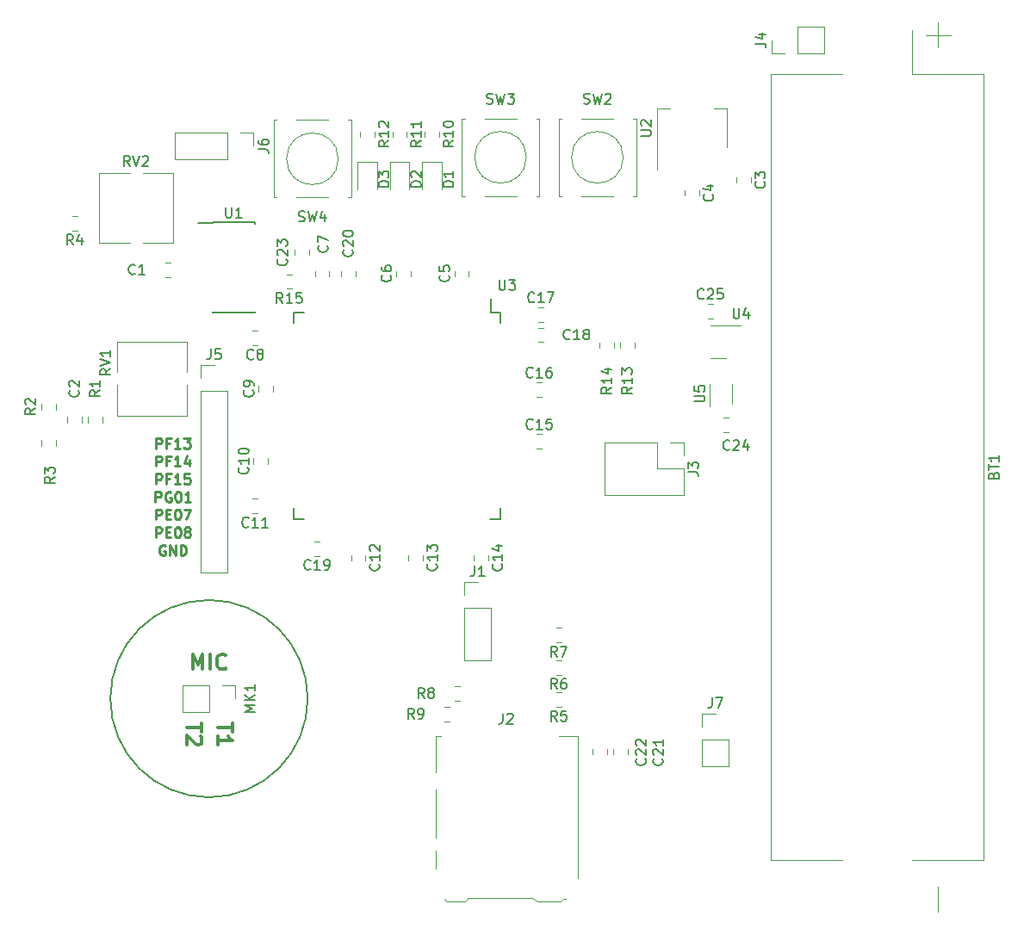
<source format=gbr>
G04 #@! TF.GenerationSoftware,KiCad,Pcbnew,5.1.4-e60b266~84~ubuntu16.04.1*
G04 #@! TF.CreationDate,2019-10-09T19:58:53-07:00*
G04 #@! TF.ProjectId,birdEar,62697264-4561-4722-9e6b-696361645f70,rev?*
G04 #@! TF.SameCoordinates,Original*
G04 #@! TF.FileFunction,Legend,Top*
G04 #@! TF.FilePolarity,Positive*
%FSLAX46Y46*%
G04 Gerber Fmt 4.6, Leading zero omitted, Abs format (unit mm)*
G04 Created by KiCad (PCBNEW 5.1.4-e60b266~84~ubuntu16.04.1) date 2019-10-09 19:58:53*
%MOMM*%
%LPD*%
G04 APERTURE LIST*
%ADD10C,0.250000*%
%ADD11C,0.300000*%
%ADD12C,0.200000*%
%ADD13C,0.150000*%
%ADD14C,0.120000*%
G04 APERTURE END LIST*
D10*
X79637142Y-121186380D02*
X79637142Y-120186380D01*
X80018095Y-120186380D01*
X80113333Y-120234000D01*
X80160952Y-120281619D01*
X80208571Y-120376857D01*
X80208571Y-120519714D01*
X80160952Y-120614952D01*
X80113333Y-120662571D01*
X80018095Y-120710190D01*
X79637142Y-120710190D01*
X80970476Y-120662571D02*
X80637142Y-120662571D01*
X80637142Y-121186380D02*
X80637142Y-120186380D01*
X81113333Y-120186380D01*
X82018095Y-121186380D02*
X81446666Y-121186380D01*
X81732380Y-121186380D02*
X81732380Y-120186380D01*
X81637142Y-120329238D01*
X81541904Y-120424476D01*
X81446666Y-120472095D01*
X82351428Y-120186380D02*
X82970476Y-120186380D01*
X82637142Y-120567333D01*
X82780000Y-120567333D01*
X82875238Y-120614952D01*
X82922857Y-120662571D01*
X82970476Y-120757809D01*
X82970476Y-120995904D01*
X82922857Y-121091142D01*
X82875238Y-121138761D01*
X82780000Y-121186380D01*
X82494285Y-121186380D01*
X82399047Y-121138761D01*
X82351428Y-121091142D01*
X79637142Y-122936380D02*
X79637142Y-121936380D01*
X80018095Y-121936380D01*
X80113333Y-121984000D01*
X80160952Y-122031619D01*
X80208571Y-122126857D01*
X80208571Y-122269714D01*
X80160952Y-122364952D01*
X80113333Y-122412571D01*
X80018095Y-122460190D01*
X79637142Y-122460190D01*
X80970476Y-122412571D02*
X80637142Y-122412571D01*
X80637142Y-122936380D02*
X80637142Y-121936380D01*
X81113333Y-121936380D01*
X82018095Y-122936380D02*
X81446666Y-122936380D01*
X81732380Y-122936380D02*
X81732380Y-121936380D01*
X81637142Y-122079238D01*
X81541904Y-122174476D01*
X81446666Y-122222095D01*
X82875238Y-122269714D02*
X82875238Y-122936380D01*
X82637142Y-121888761D02*
X82399047Y-122603047D01*
X83018095Y-122603047D01*
X79637142Y-124686380D02*
X79637142Y-123686380D01*
X80018095Y-123686380D01*
X80113333Y-123734000D01*
X80160952Y-123781619D01*
X80208571Y-123876857D01*
X80208571Y-124019714D01*
X80160952Y-124114952D01*
X80113333Y-124162571D01*
X80018095Y-124210190D01*
X79637142Y-124210190D01*
X80970476Y-124162571D02*
X80637142Y-124162571D01*
X80637142Y-124686380D02*
X80637142Y-123686380D01*
X81113333Y-123686380D01*
X82018095Y-124686380D02*
X81446666Y-124686380D01*
X81732380Y-124686380D02*
X81732380Y-123686380D01*
X81637142Y-123829238D01*
X81541904Y-123924476D01*
X81446666Y-123972095D01*
X82922857Y-123686380D02*
X82446666Y-123686380D01*
X82399047Y-124162571D01*
X82446666Y-124114952D01*
X82541904Y-124067333D01*
X82780000Y-124067333D01*
X82875238Y-124114952D01*
X82922857Y-124162571D01*
X82970476Y-124257809D01*
X82970476Y-124495904D01*
X82922857Y-124591142D01*
X82875238Y-124638761D01*
X82780000Y-124686380D01*
X82541904Y-124686380D01*
X82446666Y-124638761D01*
X82399047Y-124591142D01*
X79565714Y-126436380D02*
X79565714Y-125436380D01*
X79946666Y-125436380D01*
X80041904Y-125484000D01*
X80089523Y-125531619D01*
X80137142Y-125626857D01*
X80137142Y-125769714D01*
X80089523Y-125864952D01*
X80041904Y-125912571D01*
X79946666Y-125960190D01*
X79565714Y-125960190D01*
X81089523Y-125484000D02*
X80994285Y-125436380D01*
X80851428Y-125436380D01*
X80708571Y-125484000D01*
X80613333Y-125579238D01*
X80565714Y-125674476D01*
X80518095Y-125864952D01*
X80518095Y-126007809D01*
X80565714Y-126198285D01*
X80613333Y-126293523D01*
X80708571Y-126388761D01*
X80851428Y-126436380D01*
X80946666Y-126436380D01*
X81089523Y-126388761D01*
X81137142Y-126341142D01*
X81137142Y-126007809D01*
X80946666Y-126007809D01*
X81756190Y-125436380D02*
X81851428Y-125436380D01*
X81946666Y-125484000D01*
X81994285Y-125531619D01*
X82041904Y-125626857D01*
X82089523Y-125817333D01*
X82089523Y-126055428D01*
X82041904Y-126245904D01*
X81994285Y-126341142D01*
X81946666Y-126388761D01*
X81851428Y-126436380D01*
X81756190Y-126436380D01*
X81660952Y-126388761D01*
X81613333Y-126341142D01*
X81565714Y-126245904D01*
X81518095Y-126055428D01*
X81518095Y-125817333D01*
X81565714Y-125626857D01*
X81613333Y-125531619D01*
X81660952Y-125484000D01*
X81756190Y-125436380D01*
X83041904Y-126436380D02*
X82470476Y-126436380D01*
X82756190Y-126436380D02*
X82756190Y-125436380D01*
X82660952Y-125579238D01*
X82565714Y-125674476D01*
X82470476Y-125722095D01*
X79613333Y-128186380D02*
X79613333Y-127186380D01*
X79994285Y-127186380D01*
X80089523Y-127234000D01*
X80137142Y-127281619D01*
X80184761Y-127376857D01*
X80184761Y-127519714D01*
X80137142Y-127614952D01*
X80089523Y-127662571D01*
X79994285Y-127710190D01*
X79613333Y-127710190D01*
X80613333Y-127662571D02*
X80946666Y-127662571D01*
X81089523Y-128186380D02*
X80613333Y-128186380D01*
X80613333Y-127186380D01*
X81089523Y-127186380D01*
X81708571Y-127186380D02*
X81803809Y-127186380D01*
X81899047Y-127234000D01*
X81946666Y-127281619D01*
X81994285Y-127376857D01*
X82041904Y-127567333D01*
X82041904Y-127805428D01*
X81994285Y-127995904D01*
X81946666Y-128091142D01*
X81899047Y-128138761D01*
X81803809Y-128186380D01*
X81708571Y-128186380D01*
X81613333Y-128138761D01*
X81565714Y-128091142D01*
X81518095Y-127995904D01*
X81470476Y-127805428D01*
X81470476Y-127567333D01*
X81518095Y-127376857D01*
X81565714Y-127281619D01*
X81613333Y-127234000D01*
X81708571Y-127186380D01*
X82375238Y-127186380D02*
X83041904Y-127186380D01*
X82613333Y-128186380D01*
X79613333Y-129936380D02*
X79613333Y-128936380D01*
X79994285Y-128936380D01*
X80089523Y-128984000D01*
X80137142Y-129031619D01*
X80184761Y-129126857D01*
X80184761Y-129269714D01*
X80137142Y-129364952D01*
X80089523Y-129412571D01*
X79994285Y-129460190D01*
X79613333Y-129460190D01*
X80613333Y-129412571D02*
X80946666Y-129412571D01*
X81089523Y-129936380D02*
X80613333Y-129936380D01*
X80613333Y-128936380D01*
X81089523Y-128936380D01*
X81708571Y-128936380D02*
X81803809Y-128936380D01*
X81899047Y-128984000D01*
X81946666Y-129031619D01*
X81994285Y-129126857D01*
X82041904Y-129317333D01*
X82041904Y-129555428D01*
X81994285Y-129745904D01*
X81946666Y-129841142D01*
X81899047Y-129888761D01*
X81803809Y-129936380D01*
X81708571Y-129936380D01*
X81613333Y-129888761D01*
X81565714Y-129841142D01*
X81518095Y-129745904D01*
X81470476Y-129555428D01*
X81470476Y-129317333D01*
X81518095Y-129126857D01*
X81565714Y-129031619D01*
X81613333Y-128984000D01*
X81708571Y-128936380D01*
X82613333Y-129364952D02*
X82518095Y-129317333D01*
X82470476Y-129269714D01*
X82422857Y-129174476D01*
X82422857Y-129126857D01*
X82470476Y-129031619D01*
X82518095Y-128984000D01*
X82613333Y-128936380D01*
X82803809Y-128936380D01*
X82899047Y-128984000D01*
X82946666Y-129031619D01*
X82994285Y-129126857D01*
X82994285Y-129174476D01*
X82946666Y-129269714D01*
X82899047Y-129317333D01*
X82803809Y-129364952D01*
X82613333Y-129364952D01*
X82518095Y-129412571D01*
X82470476Y-129460190D01*
X82422857Y-129555428D01*
X82422857Y-129745904D01*
X82470476Y-129841142D01*
X82518095Y-129888761D01*
X82613333Y-129936380D01*
X82803809Y-129936380D01*
X82899047Y-129888761D01*
X82946666Y-129841142D01*
X82994285Y-129745904D01*
X82994285Y-129555428D01*
X82946666Y-129460190D01*
X82899047Y-129412571D01*
X82803809Y-129364952D01*
X80518095Y-130734000D02*
X80422857Y-130686380D01*
X80280000Y-130686380D01*
X80137142Y-130734000D01*
X80041904Y-130829238D01*
X79994285Y-130924476D01*
X79946666Y-131114952D01*
X79946666Y-131257809D01*
X79994285Y-131448285D01*
X80041904Y-131543523D01*
X80137142Y-131638761D01*
X80280000Y-131686380D01*
X80375238Y-131686380D01*
X80518095Y-131638761D01*
X80565714Y-131591142D01*
X80565714Y-131257809D01*
X80375238Y-131257809D01*
X80994285Y-131686380D02*
X80994285Y-130686380D01*
X81565714Y-131686380D01*
X81565714Y-130686380D01*
X82041904Y-131686380D02*
X82041904Y-130686380D01*
X82280000Y-130686380D01*
X82422857Y-130734000D01*
X82518095Y-130829238D01*
X82565714Y-130924476D01*
X82613333Y-131114952D01*
X82613333Y-131257809D01*
X82565714Y-131448285D01*
X82518095Y-131543523D01*
X82422857Y-131638761D01*
X82280000Y-131686380D01*
X82041904Y-131686380D01*
D11*
X84133428Y-148209142D02*
X84133428Y-149066285D01*
X82633428Y-148637714D02*
X84133428Y-148637714D01*
X83990571Y-149494857D02*
X84062000Y-149566285D01*
X84133428Y-149709142D01*
X84133428Y-150066285D01*
X84062000Y-150209142D01*
X83990571Y-150280571D01*
X83847714Y-150352000D01*
X83704857Y-150352000D01*
X83490571Y-150280571D01*
X82633428Y-149423428D01*
X82633428Y-150352000D01*
X87181428Y-148209142D02*
X87181428Y-149066285D01*
X85681428Y-148637714D02*
X87181428Y-148637714D01*
X85681428Y-150352000D02*
X85681428Y-149494857D01*
X85681428Y-149923428D02*
X87181428Y-149923428D01*
X86967142Y-149780571D01*
X86824285Y-149637714D01*
X86752857Y-149494857D01*
X83228857Y-142918571D02*
X83228857Y-141418571D01*
X83728857Y-142490000D01*
X84228857Y-141418571D01*
X84228857Y-142918571D01*
X84943142Y-142918571D02*
X84943142Y-141418571D01*
X86514571Y-142775714D02*
X86443142Y-142847142D01*
X86228857Y-142918571D01*
X86086000Y-142918571D01*
X85871714Y-142847142D01*
X85728857Y-142704285D01*
X85657428Y-142561428D01*
X85586000Y-142275714D01*
X85586000Y-142061428D01*
X85657428Y-141775714D01*
X85728857Y-141632857D01*
X85871714Y-141490000D01*
X86086000Y-141418571D01*
X86228857Y-141418571D01*
X86443142Y-141490000D01*
X86514571Y-141561428D01*
D12*
X94536000Y-145796000D02*
G75*
G03X94536000Y-145796000I-9700000J0D01*
G01*
D13*
X112530000Y-107785000D02*
X112530000Y-106485000D01*
X113505000Y-128135000D02*
X113505000Y-127085000D01*
X93155000Y-128135000D02*
X93155000Y-127085000D01*
X93155000Y-107785000D02*
X93155000Y-108835000D01*
X113505000Y-107785000D02*
X113505000Y-108835000D01*
X93155000Y-107785000D02*
X94205000Y-107785000D01*
X93155000Y-128135000D02*
X94205000Y-128135000D01*
X113505000Y-128135000D02*
X112455000Y-128135000D01*
X113505000Y-107785000D02*
X112530000Y-107785000D01*
D14*
X131505000Y-120590000D02*
X131505000Y-121920000D01*
X130175000Y-120590000D02*
X131505000Y-120590000D01*
X131505000Y-123190000D02*
X131505000Y-125790000D01*
X128905000Y-123190000D02*
X131505000Y-123190000D01*
X128905000Y-120590000D02*
X128905000Y-123190000D01*
X131505000Y-125790000D02*
X123765000Y-125790000D01*
X128905000Y-120590000D02*
X123765000Y-120590000D01*
X123765000Y-120590000D02*
X123765000Y-125790000D01*
X92968578Y-104065000D02*
X92451422Y-104065000D01*
X92968578Y-105485000D02*
X92451422Y-105485000D01*
X93270000Y-101673922D02*
X93270000Y-102191078D01*
X94690000Y-101673922D02*
X94690000Y-102191078D01*
X133290000Y-147260000D02*
X134620000Y-147260000D01*
X133290000Y-148590000D02*
X133290000Y-147260000D01*
X133290000Y-149860000D02*
X135950000Y-149860000D01*
X135950000Y-149860000D02*
X135950000Y-152460000D01*
X133290000Y-149860000D02*
X133290000Y-152460000D01*
X133290000Y-152460000D02*
X135950000Y-152460000D01*
X81284000Y-94116000D02*
X81284000Y-100956000D01*
X74044000Y-94116000D02*
X74044000Y-100956000D01*
X78374000Y-100956000D02*
X81284000Y-100956000D01*
X74044000Y-100956000D02*
X77074000Y-100956000D01*
X78374000Y-94116000D02*
X81284000Y-94116000D01*
X74044000Y-94116000D02*
X77074000Y-94116000D01*
X75828000Y-117980000D02*
X75828000Y-114950000D01*
X75828000Y-113650000D02*
X75828000Y-110740000D01*
X82668000Y-117980000D02*
X82668000Y-114950000D01*
X82668000Y-113650000D02*
X82668000Y-110740000D01*
X75828000Y-117980000D02*
X82668000Y-117980000D01*
X75828000Y-110740000D02*
X82668000Y-110740000D01*
X81474000Y-90110000D02*
X81474000Y-92770000D01*
X86614000Y-90110000D02*
X81474000Y-90110000D01*
X86614000Y-92770000D02*
X81474000Y-92770000D01*
X86614000Y-90110000D02*
X86614000Y-92770000D01*
X87884000Y-90110000D02*
X89214000Y-90110000D01*
X89214000Y-90110000D02*
X89214000Y-91440000D01*
X84014000Y-133410000D02*
X86674000Y-133410000D01*
X84014000Y-115570000D02*
X84014000Y-133410000D01*
X86674000Y-115570000D02*
X86674000Y-133410000D01*
X84014000Y-115570000D02*
X86674000Y-115570000D01*
X84014000Y-114300000D02*
X84014000Y-112970000D01*
X84014000Y-112970000D02*
X85344000Y-112970000D01*
X82236000Y-144466000D02*
X82236000Y-147126000D01*
X84836000Y-144466000D02*
X82236000Y-144466000D01*
X84836000Y-147126000D02*
X82236000Y-147126000D01*
X84836000Y-144466000D02*
X84836000Y-147126000D01*
X86106000Y-144466000D02*
X87436000Y-144466000D01*
X87436000Y-144466000D02*
X87436000Y-145796000D01*
X135636000Y-112354000D02*
X134136000Y-112354000D01*
X137136000Y-109134000D02*
X134136000Y-109134000D01*
X153970000Y-84400000D02*
X153970000Y-80040000D01*
X140090000Y-84400000D02*
X147090000Y-84400000D01*
X140090000Y-161680000D02*
X140090000Y-84400000D01*
X147090000Y-161680000D02*
X140090000Y-161680000D01*
X160970000Y-84400000D02*
X153970000Y-84400000D01*
X160970000Y-161680000D02*
X160970000Y-84400000D01*
X153970000Y-161680000D02*
X160950000Y-161680000D01*
X156530000Y-166790000D02*
X156530000Y-164290000D01*
X156530000Y-79290000D02*
X156530000Y-81790000D01*
X155280000Y-80540000D02*
X157780000Y-80540000D01*
X91186000Y-96520000D02*
X91186000Y-88900000D01*
X91186000Y-88900000D02*
X91486000Y-88900000D01*
X98806000Y-88900000D02*
X98806000Y-96520000D01*
X91186000Y-96520000D02*
X91486000Y-96520000D01*
X93426000Y-88900000D02*
X96566000Y-88900000D01*
X93426000Y-96520000D02*
X96566000Y-96520000D01*
X98506000Y-88900000D02*
X98806000Y-88900000D01*
X98506000Y-96520000D02*
X98806000Y-96520000D01*
X97536000Y-92710000D02*
G75*
G03X97536000Y-92710000I-2540000J0D01*
G01*
X116030000Y-92560000D02*
G75*
G03X116030000Y-92560000I-2540000J0D01*
G01*
X117000000Y-96370000D02*
X117300000Y-96370000D01*
X117000000Y-88750000D02*
X117300000Y-88750000D01*
X111920000Y-96370000D02*
X115060000Y-96370000D01*
X111920000Y-88750000D02*
X115060000Y-88750000D01*
X109680000Y-96370000D02*
X109980000Y-96370000D01*
X117300000Y-88750000D02*
X117300000Y-96370000D01*
X109680000Y-88750000D02*
X109980000Y-88750000D01*
X109680000Y-96370000D02*
X109680000Y-88750000D01*
X119205000Y-96370000D02*
X119205000Y-88750000D01*
X119205000Y-88750000D02*
X119505000Y-88750000D01*
X126825000Y-88750000D02*
X126825000Y-96370000D01*
X119205000Y-96370000D02*
X119505000Y-96370000D01*
X121445000Y-88750000D02*
X124585000Y-88750000D01*
X121445000Y-96370000D02*
X124585000Y-96370000D01*
X126525000Y-88750000D02*
X126825000Y-88750000D01*
X126525000Y-96370000D02*
X126825000Y-96370000D01*
X125555000Y-92560000D02*
G75*
G03X125555000Y-92560000I-2540000J0D01*
G01*
X81030578Y-104342000D02*
X80513422Y-104342000D01*
X81030578Y-102922000D02*
X80513422Y-102922000D01*
X70918000Y-118105422D02*
X70918000Y-118622578D01*
X72338000Y-118105422D02*
X72338000Y-118622578D01*
X138120000Y-94521422D02*
X138120000Y-95038578D01*
X136700000Y-94521422D02*
X136700000Y-95038578D01*
X131620000Y-95791422D02*
X131620000Y-96308578D01*
X133040000Y-95791422D02*
X133040000Y-96308578D01*
X108970000Y-104248578D02*
X108970000Y-103731422D01*
X110390000Y-104248578D02*
X110390000Y-103731422D01*
X104675000Y-104248578D02*
X104675000Y-103731422D01*
X103255000Y-104248578D02*
X103255000Y-103731422D01*
X95250000Y-104298578D02*
X95250000Y-103781422D01*
X96670000Y-104298578D02*
X96670000Y-103781422D01*
X89618578Y-109630000D02*
X89101422Y-109630000D01*
X89618578Y-111050000D02*
X89101422Y-111050000D01*
X89714000Y-115574578D02*
X89714000Y-115057422D01*
X91134000Y-115574578D02*
X91134000Y-115057422D01*
X90626000Y-122686578D02*
X90626000Y-122169422D01*
X89206000Y-122686578D02*
X89206000Y-122169422D01*
X89618578Y-127560000D02*
X89101422Y-127560000D01*
X89618578Y-126140000D02*
X89101422Y-126140000D01*
X98810000Y-131671422D02*
X98810000Y-132188578D01*
X100230000Y-131671422D02*
X100230000Y-132188578D01*
X105866000Y-131671422D02*
X105866000Y-132188578D01*
X104446000Y-131671422D02*
X104446000Y-132188578D01*
X135377422Y-119582000D02*
X135894578Y-119582000D01*
X135377422Y-118162000D02*
X135894578Y-118162000D01*
X122578000Y-150749422D02*
X122578000Y-151266578D01*
X123998000Y-150749422D02*
X123998000Y-151266578D01*
X125998000Y-150749422D02*
X125998000Y-151266578D01*
X124578000Y-150749422D02*
X124578000Y-151266578D01*
X99262000Y-104298578D02*
X99262000Y-103781422D01*
X97842000Y-104298578D02*
X97842000Y-103781422D01*
X95718578Y-131750000D02*
X95201422Y-131750000D01*
X95718578Y-130330000D02*
X95201422Y-130330000D01*
X117201422Y-110742000D02*
X117718578Y-110742000D01*
X117201422Y-109322000D02*
X117718578Y-109322000D01*
X117201422Y-107322000D02*
X117718578Y-107322000D01*
X117201422Y-108742000D02*
X117718578Y-108742000D01*
X117041422Y-116130000D02*
X117558578Y-116130000D01*
X117041422Y-114710000D02*
X117558578Y-114710000D01*
X117041422Y-119790000D02*
X117558578Y-119790000D01*
X117041422Y-121210000D02*
X117558578Y-121210000D01*
X110875000Y-131671422D02*
X110875000Y-132188578D01*
X112295000Y-131671422D02*
X112295000Y-132188578D01*
X133853422Y-106986000D02*
X134370578Y-106986000D01*
X133853422Y-108406000D02*
X134370578Y-108406000D01*
X117130000Y-165715000D02*
X116620000Y-165365000D01*
X119640000Y-165515000D02*
X119900000Y-165515000D01*
X119440000Y-165715000D02*
X119640000Y-165515000D01*
X110040000Y-165715000D02*
X110250000Y-165515000D01*
X110250000Y-165365000D02*
X110250000Y-165515000D01*
X110250000Y-165365000D02*
X116620000Y-165365000D01*
X107150000Y-160755000D02*
X107150000Y-162555000D01*
X107150000Y-154755000D02*
X107150000Y-159455000D01*
X108180000Y-165715000D02*
X107980000Y-165515000D01*
X108180000Y-165715000D02*
X110040000Y-165715000D01*
X119440000Y-165715000D02*
X117130000Y-165715000D01*
X107150000Y-149445000D02*
X107150000Y-153055000D01*
X107600000Y-149445000D02*
X107150000Y-149445000D01*
X121120000Y-149445000D02*
X121120000Y-163455000D01*
X119200000Y-149445000D02*
X121120000Y-149445000D01*
X145330000Y-82370000D02*
X145330000Y-79710000D01*
X142730000Y-82370000D02*
X145330000Y-82370000D01*
X142730000Y-79710000D02*
X145330000Y-79710000D01*
X142730000Y-82370000D02*
X142730000Y-79710000D01*
X141460000Y-82370000D02*
X140130000Y-82370000D01*
X140130000Y-82370000D02*
X140130000Y-81040000D01*
X109922000Y-142046000D02*
X112582000Y-142046000D01*
X109922000Y-136906000D02*
X109922000Y-142046000D01*
X112582000Y-136906000D02*
X112582000Y-142046000D01*
X109922000Y-136906000D02*
X112582000Y-136906000D01*
X109922000Y-135636000D02*
X109922000Y-134306000D01*
X109922000Y-134306000D02*
X111252000Y-134306000D01*
X104544000Y-95719000D02*
X104544000Y-93034000D01*
X104544000Y-93034000D02*
X102624000Y-93034000D01*
X102624000Y-93034000D02*
X102624000Y-95719000D01*
X105799000Y-93034000D02*
X105799000Y-95719000D01*
X107719000Y-93034000D02*
X105799000Y-93034000D01*
X107719000Y-95719000D02*
X107719000Y-93034000D01*
X101369000Y-95719000D02*
X101369000Y-93034000D01*
X101369000Y-93034000D02*
X99449000Y-93034000D01*
X99449000Y-93034000D02*
X99449000Y-95719000D01*
X136228000Y-116804000D02*
X136228000Y-114834000D01*
X134028000Y-117024000D02*
X134028000Y-114824000D01*
D13*
X85168000Y-98959000D02*
X85168000Y-98984000D01*
X89318000Y-98959000D02*
X89318000Y-99074000D01*
X89318000Y-107859000D02*
X89318000Y-107744000D01*
X85168000Y-107859000D02*
X85168000Y-107744000D01*
X85168000Y-98959000D02*
X89318000Y-98959000D01*
X85168000Y-107859000D02*
X89318000Y-107859000D01*
X85168000Y-98984000D02*
X83793000Y-98984000D01*
D14*
X135740000Y-87790000D02*
X134480000Y-87790000D01*
X128920000Y-87790000D02*
X130180000Y-87790000D01*
X135740000Y-91550000D02*
X135740000Y-87790000D01*
X128920000Y-93800000D02*
X128920000Y-87790000D01*
X68378000Y-120391422D02*
X68378000Y-120908578D01*
X69798000Y-120391422D02*
X69798000Y-120908578D01*
X71886578Y-99770000D02*
X71369422Y-99770000D01*
X71886578Y-98350000D02*
X71369422Y-98350000D01*
X119463578Y-145190000D02*
X118946422Y-145190000D01*
X119463578Y-146610000D02*
X118946422Y-146610000D01*
X119463578Y-143435000D02*
X118946422Y-143435000D01*
X119463578Y-142015000D02*
X118946422Y-142015000D01*
X119463578Y-138840000D02*
X118946422Y-138840000D01*
X119463578Y-140260000D02*
X118946422Y-140260000D01*
X108961422Y-144578000D02*
X109478578Y-144578000D01*
X108961422Y-145998000D02*
X109478578Y-145998000D01*
X107945422Y-148030000D02*
X108462578Y-148030000D01*
X107945422Y-146610000D02*
X108462578Y-146610000D01*
X107469000Y-90015422D02*
X107469000Y-90532578D01*
X106049000Y-90015422D02*
X106049000Y-90532578D01*
X102874000Y-90015422D02*
X102874000Y-90532578D01*
X104294000Y-90015422D02*
X104294000Y-90532578D01*
X126670000Y-110781422D02*
X126670000Y-111298578D01*
X125250000Y-110781422D02*
X125250000Y-111298578D01*
X123250000Y-110781422D02*
X123250000Y-111298578D01*
X124670000Y-110781422D02*
X124670000Y-111298578D01*
X74370000Y-118105422D02*
X74370000Y-118622578D01*
X72950000Y-118105422D02*
X72950000Y-118622578D01*
X99699000Y-90015422D02*
X99699000Y-90532578D01*
X101119000Y-90015422D02*
X101119000Y-90532578D01*
X69798000Y-116835422D02*
X69798000Y-117352578D01*
X68378000Y-116835422D02*
X68378000Y-117352578D01*
D13*
X113363095Y-104608380D02*
X113363095Y-105417904D01*
X113410714Y-105513142D01*
X113458333Y-105560761D01*
X113553571Y-105608380D01*
X113744047Y-105608380D01*
X113839285Y-105560761D01*
X113886904Y-105513142D01*
X113934523Y-105417904D01*
X113934523Y-104608380D01*
X114315476Y-104608380D02*
X114934523Y-104608380D01*
X114601190Y-104989333D01*
X114744047Y-104989333D01*
X114839285Y-105036952D01*
X114886904Y-105084571D01*
X114934523Y-105179809D01*
X114934523Y-105417904D01*
X114886904Y-105513142D01*
X114839285Y-105560761D01*
X114744047Y-105608380D01*
X114458333Y-105608380D01*
X114363095Y-105560761D01*
X114315476Y-105513142D01*
X131957380Y-123523333D02*
X132671666Y-123523333D01*
X132814523Y-123570952D01*
X132909761Y-123666190D01*
X132957380Y-123809047D01*
X132957380Y-123904285D01*
X131957380Y-123142380D02*
X131957380Y-122523333D01*
X132338333Y-122856666D01*
X132338333Y-122713809D01*
X132385952Y-122618571D01*
X132433571Y-122570952D01*
X132528809Y-122523333D01*
X132766904Y-122523333D01*
X132862142Y-122570952D01*
X132909761Y-122618571D01*
X132957380Y-122713809D01*
X132957380Y-122999523D01*
X132909761Y-123094761D01*
X132862142Y-123142380D01*
X92067142Y-106877380D02*
X91733809Y-106401190D01*
X91495714Y-106877380D02*
X91495714Y-105877380D01*
X91876666Y-105877380D01*
X91971904Y-105925000D01*
X92019523Y-105972619D01*
X92067142Y-106067857D01*
X92067142Y-106210714D01*
X92019523Y-106305952D01*
X91971904Y-106353571D01*
X91876666Y-106401190D01*
X91495714Y-106401190D01*
X93019523Y-106877380D02*
X92448095Y-106877380D01*
X92733809Y-106877380D02*
X92733809Y-105877380D01*
X92638571Y-106020238D01*
X92543333Y-106115476D01*
X92448095Y-106163095D01*
X93924285Y-105877380D02*
X93448095Y-105877380D01*
X93400476Y-106353571D01*
X93448095Y-106305952D01*
X93543333Y-106258333D01*
X93781428Y-106258333D01*
X93876666Y-106305952D01*
X93924285Y-106353571D01*
X93971904Y-106448809D01*
X93971904Y-106686904D01*
X93924285Y-106782142D01*
X93876666Y-106829761D01*
X93781428Y-106877380D01*
X93543333Y-106877380D01*
X93448095Y-106829761D01*
X93400476Y-106782142D01*
X92432142Y-102575357D02*
X92479761Y-102622976D01*
X92527380Y-102765833D01*
X92527380Y-102861071D01*
X92479761Y-103003928D01*
X92384523Y-103099166D01*
X92289285Y-103146785D01*
X92098809Y-103194404D01*
X91955952Y-103194404D01*
X91765476Y-103146785D01*
X91670238Y-103099166D01*
X91575000Y-103003928D01*
X91527380Y-102861071D01*
X91527380Y-102765833D01*
X91575000Y-102622976D01*
X91622619Y-102575357D01*
X91622619Y-102194404D02*
X91575000Y-102146785D01*
X91527380Y-102051547D01*
X91527380Y-101813452D01*
X91575000Y-101718214D01*
X91622619Y-101670595D01*
X91717857Y-101622976D01*
X91813095Y-101622976D01*
X91955952Y-101670595D01*
X92527380Y-102242023D01*
X92527380Y-101622976D01*
X91527380Y-101289642D02*
X91527380Y-100670595D01*
X91908333Y-101003928D01*
X91908333Y-100861071D01*
X91955952Y-100765833D01*
X92003571Y-100718214D01*
X92098809Y-100670595D01*
X92336904Y-100670595D01*
X92432142Y-100718214D01*
X92479761Y-100765833D01*
X92527380Y-100861071D01*
X92527380Y-101146785D01*
X92479761Y-101242023D01*
X92432142Y-101289642D01*
X134286666Y-145712380D02*
X134286666Y-146426666D01*
X134239047Y-146569523D01*
X134143809Y-146664761D01*
X134000952Y-146712380D01*
X133905714Y-146712380D01*
X134667619Y-145712380D02*
X135334285Y-145712380D01*
X134905714Y-146712380D01*
X77068761Y-93438380D02*
X76735428Y-92962190D01*
X76497333Y-93438380D02*
X76497333Y-92438380D01*
X76878285Y-92438380D01*
X76973523Y-92486000D01*
X77021142Y-92533619D01*
X77068761Y-92628857D01*
X77068761Y-92771714D01*
X77021142Y-92866952D01*
X76973523Y-92914571D01*
X76878285Y-92962190D01*
X76497333Y-92962190D01*
X77354476Y-92438380D02*
X77687809Y-93438380D01*
X78021142Y-92438380D01*
X78306857Y-92533619D02*
X78354476Y-92486000D01*
X78449714Y-92438380D01*
X78687809Y-92438380D01*
X78783047Y-92486000D01*
X78830666Y-92533619D01*
X78878285Y-92628857D01*
X78878285Y-92724095D01*
X78830666Y-92866952D01*
X78259238Y-93438380D01*
X78878285Y-93438380D01*
X75150380Y-113371238D02*
X74674190Y-113704571D01*
X75150380Y-113942666D02*
X74150380Y-113942666D01*
X74150380Y-113561714D01*
X74198000Y-113466476D01*
X74245619Y-113418857D01*
X74340857Y-113371238D01*
X74483714Y-113371238D01*
X74578952Y-113418857D01*
X74626571Y-113466476D01*
X74674190Y-113561714D01*
X74674190Y-113942666D01*
X74150380Y-113085523D02*
X75150380Y-112752190D01*
X74150380Y-112418857D01*
X75150380Y-111561714D02*
X75150380Y-112133142D01*
X75150380Y-111847428D02*
X74150380Y-111847428D01*
X74293238Y-111942666D01*
X74388476Y-112037904D01*
X74436095Y-112133142D01*
X89666380Y-91773333D02*
X90380666Y-91773333D01*
X90523523Y-91820952D01*
X90618761Y-91916190D01*
X90666380Y-92059047D01*
X90666380Y-92154285D01*
X89666380Y-90868571D02*
X89666380Y-91059047D01*
X89714000Y-91154285D01*
X89761619Y-91201904D01*
X89904476Y-91297142D01*
X90094952Y-91344761D01*
X90475904Y-91344761D01*
X90571142Y-91297142D01*
X90618761Y-91249523D01*
X90666380Y-91154285D01*
X90666380Y-90963809D01*
X90618761Y-90868571D01*
X90571142Y-90820952D01*
X90475904Y-90773333D01*
X90237809Y-90773333D01*
X90142571Y-90820952D01*
X90094952Y-90868571D01*
X90047333Y-90963809D01*
X90047333Y-91154285D01*
X90094952Y-91249523D01*
X90142571Y-91297142D01*
X90237809Y-91344761D01*
X85010666Y-111422380D02*
X85010666Y-112136666D01*
X84963047Y-112279523D01*
X84867809Y-112374761D01*
X84724952Y-112422380D01*
X84629714Y-112422380D01*
X85963047Y-111422380D02*
X85486857Y-111422380D01*
X85439238Y-111898571D01*
X85486857Y-111850952D01*
X85582095Y-111803333D01*
X85820190Y-111803333D01*
X85915428Y-111850952D01*
X85963047Y-111898571D01*
X86010666Y-111993809D01*
X86010666Y-112231904D01*
X85963047Y-112327142D01*
X85915428Y-112374761D01*
X85820190Y-112422380D01*
X85582095Y-112422380D01*
X85486857Y-112374761D01*
X85439238Y-112327142D01*
X89352380Y-147105523D02*
X88352380Y-147105523D01*
X89066666Y-146772190D01*
X88352380Y-146438857D01*
X89352380Y-146438857D01*
X89352380Y-145962666D02*
X88352380Y-145962666D01*
X89352380Y-145391238D02*
X88780952Y-145819809D01*
X88352380Y-145391238D02*
X88923809Y-145962666D01*
X89352380Y-144438857D02*
X89352380Y-145010285D01*
X89352380Y-144724571D02*
X88352380Y-144724571D01*
X88495238Y-144819809D01*
X88590476Y-144915047D01*
X88638095Y-145010285D01*
X136398095Y-107402380D02*
X136398095Y-108211904D01*
X136445714Y-108307142D01*
X136493333Y-108354761D01*
X136588571Y-108402380D01*
X136779047Y-108402380D01*
X136874285Y-108354761D01*
X136921904Y-108307142D01*
X136969523Y-108211904D01*
X136969523Y-107402380D01*
X137874285Y-107735714D02*
X137874285Y-108402380D01*
X137636190Y-107354761D02*
X137398095Y-108069047D01*
X138017142Y-108069047D01*
X161958571Y-123825714D02*
X162006190Y-123682857D01*
X162053809Y-123635238D01*
X162149047Y-123587619D01*
X162291904Y-123587619D01*
X162387142Y-123635238D01*
X162434761Y-123682857D01*
X162482380Y-123778095D01*
X162482380Y-124159047D01*
X161482380Y-124159047D01*
X161482380Y-123825714D01*
X161530000Y-123730476D01*
X161577619Y-123682857D01*
X161672857Y-123635238D01*
X161768095Y-123635238D01*
X161863333Y-123682857D01*
X161910952Y-123730476D01*
X161958571Y-123825714D01*
X161958571Y-124159047D01*
X161482380Y-123301904D02*
X161482380Y-122730476D01*
X162482380Y-123016190D02*
X161482380Y-123016190D01*
X162482380Y-121873333D02*
X162482380Y-122444761D01*
X162482380Y-122159047D02*
X161482380Y-122159047D01*
X161625238Y-122254285D01*
X161720476Y-122349523D01*
X161768095Y-122444761D01*
X93662666Y-98829761D02*
X93805523Y-98877380D01*
X94043619Y-98877380D01*
X94138857Y-98829761D01*
X94186476Y-98782142D01*
X94234095Y-98686904D01*
X94234095Y-98591666D01*
X94186476Y-98496428D01*
X94138857Y-98448809D01*
X94043619Y-98401190D01*
X93853142Y-98353571D01*
X93757904Y-98305952D01*
X93710285Y-98258333D01*
X93662666Y-98163095D01*
X93662666Y-98067857D01*
X93710285Y-97972619D01*
X93757904Y-97925000D01*
X93853142Y-97877380D01*
X94091238Y-97877380D01*
X94234095Y-97925000D01*
X94567428Y-97877380D02*
X94805523Y-98877380D01*
X94996000Y-98163095D01*
X95186476Y-98877380D01*
X95424571Y-97877380D01*
X96234095Y-98210714D02*
X96234095Y-98877380D01*
X95996000Y-97829761D02*
X95757904Y-98544047D01*
X96376952Y-98544047D01*
X112156666Y-87249761D02*
X112299523Y-87297380D01*
X112537619Y-87297380D01*
X112632857Y-87249761D01*
X112680476Y-87202142D01*
X112728095Y-87106904D01*
X112728095Y-87011666D01*
X112680476Y-86916428D01*
X112632857Y-86868809D01*
X112537619Y-86821190D01*
X112347142Y-86773571D01*
X112251904Y-86725952D01*
X112204285Y-86678333D01*
X112156666Y-86583095D01*
X112156666Y-86487857D01*
X112204285Y-86392619D01*
X112251904Y-86345000D01*
X112347142Y-86297380D01*
X112585238Y-86297380D01*
X112728095Y-86345000D01*
X113061428Y-86297380D02*
X113299523Y-87297380D01*
X113490000Y-86583095D01*
X113680476Y-87297380D01*
X113918571Y-86297380D01*
X114204285Y-86297380D02*
X114823333Y-86297380D01*
X114490000Y-86678333D01*
X114632857Y-86678333D01*
X114728095Y-86725952D01*
X114775714Y-86773571D01*
X114823333Y-86868809D01*
X114823333Y-87106904D01*
X114775714Y-87202142D01*
X114728095Y-87249761D01*
X114632857Y-87297380D01*
X114347142Y-87297380D01*
X114251904Y-87249761D01*
X114204285Y-87202142D01*
X121681666Y-87249761D02*
X121824523Y-87297380D01*
X122062619Y-87297380D01*
X122157857Y-87249761D01*
X122205476Y-87202142D01*
X122253095Y-87106904D01*
X122253095Y-87011666D01*
X122205476Y-86916428D01*
X122157857Y-86868809D01*
X122062619Y-86821190D01*
X121872142Y-86773571D01*
X121776904Y-86725952D01*
X121729285Y-86678333D01*
X121681666Y-86583095D01*
X121681666Y-86487857D01*
X121729285Y-86392619D01*
X121776904Y-86345000D01*
X121872142Y-86297380D01*
X122110238Y-86297380D01*
X122253095Y-86345000D01*
X122586428Y-86297380D02*
X122824523Y-87297380D01*
X123015000Y-86583095D01*
X123205476Y-87297380D01*
X123443571Y-86297380D01*
X123776904Y-86392619D02*
X123824523Y-86345000D01*
X123919761Y-86297380D01*
X124157857Y-86297380D01*
X124253095Y-86345000D01*
X124300714Y-86392619D01*
X124348333Y-86487857D01*
X124348333Y-86583095D01*
X124300714Y-86725952D01*
X123729285Y-87297380D01*
X124348333Y-87297380D01*
X77557333Y-103989142D02*
X77509714Y-104036761D01*
X77366857Y-104084380D01*
X77271619Y-104084380D01*
X77128761Y-104036761D01*
X77033523Y-103941523D01*
X76985904Y-103846285D01*
X76938285Y-103655809D01*
X76938285Y-103512952D01*
X76985904Y-103322476D01*
X77033523Y-103227238D01*
X77128761Y-103132000D01*
X77271619Y-103084380D01*
X77366857Y-103084380D01*
X77509714Y-103132000D01*
X77557333Y-103179619D01*
X78509714Y-104084380D02*
X77938285Y-104084380D01*
X78224000Y-104084380D02*
X78224000Y-103084380D01*
X78128761Y-103227238D01*
X78033523Y-103322476D01*
X77938285Y-103370095D01*
X71985142Y-115482666D02*
X72032761Y-115530285D01*
X72080380Y-115673142D01*
X72080380Y-115768380D01*
X72032761Y-115911238D01*
X71937523Y-116006476D01*
X71842285Y-116054095D01*
X71651809Y-116101714D01*
X71508952Y-116101714D01*
X71318476Y-116054095D01*
X71223238Y-116006476D01*
X71128000Y-115911238D01*
X71080380Y-115768380D01*
X71080380Y-115673142D01*
X71128000Y-115530285D01*
X71175619Y-115482666D01*
X71175619Y-115101714D02*
X71128000Y-115054095D01*
X71080380Y-114958857D01*
X71080380Y-114720761D01*
X71128000Y-114625523D01*
X71175619Y-114577904D01*
X71270857Y-114530285D01*
X71366095Y-114530285D01*
X71508952Y-114577904D01*
X72080380Y-115149333D01*
X72080380Y-114530285D01*
X139417142Y-94946666D02*
X139464761Y-94994285D01*
X139512380Y-95137142D01*
X139512380Y-95232380D01*
X139464761Y-95375238D01*
X139369523Y-95470476D01*
X139274285Y-95518095D01*
X139083809Y-95565714D01*
X138940952Y-95565714D01*
X138750476Y-95518095D01*
X138655238Y-95470476D01*
X138560000Y-95375238D01*
X138512380Y-95232380D01*
X138512380Y-95137142D01*
X138560000Y-94994285D01*
X138607619Y-94946666D01*
X138512380Y-94613333D02*
X138512380Y-93994285D01*
X138893333Y-94327619D01*
X138893333Y-94184761D01*
X138940952Y-94089523D01*
X138988571Y-94041904D01*
X139083809Y-93994285D01*
X139321904Y-93994285D01*
X139417142Y-94041904D01*
X139464761Y-94089523D01*
X139512380Y-94184761D01*
X139512380Y-94470476D01*
X139464761Y-94565714D01*
X139417142Y-94613333D01*
X134337142Y-96216666D02*
X134384761Y-96264285D01*
X134432380Y-96407142D01*
X134432380Y-96502380D01*
X134384761Y-96645238D01*
X134289523Y-96740476D01*
X134194285Y-96788095D01*
X134003809Y-96835714D01*
X133860952Y-96835714D01*
X133670476Y-96788095D01*
X133575238Y-96740476D01*
X133480000Y-96645238D01*
X133432380Y-96502380D01*
X133432380Y-96407142D01*
X133480000Y-96264285D01*
X133527619Y-96216666D01*
X133765714Y-95359523D02*
X134432380Y-95359523D01*
X133384761Y-95597619D02*
X134099047Y-95835714D01*
X134099047Y-95216666D01*
X108387142Y-104156666D02*
X108434761Y-104204285D01*
X108482380Y-104347142D01*
X108482380Y-104442380D01*
X108434761Y-104585238D01*
X108339523Y-104680476D01*
X108244285Y-104728095D01*
X108053809Y-104775714D01*
X107910952Y-104775714D01*
X107720476Y-104728095D01*
X107625238Y-104680476D01*
X107530000Y-104585238D01*
X107482380Y-104442380D01*
X107482380Y-104347142D01*
X107530000Y-104204285D01*
X107577619Y-104156666D01*
X107482380Y-103251904D02*
X107482380Y-103728095D01*
X107958571Y-103775714D01*
X107910952Y-103728095D01*
X107863333Y-103632857D01*
X107863333Y-103394761D01*
X107910952Y-103299523D01*
X107958571Y-103251904D01*
X108053809Y-103204285D01*
X108291904Y-103204285D01*
X108387142Y-103251904D01*
X108434761Y-103299523D01*
X108482380Y-103394761D01*
X108482380Y-103632857D01*
X108434761Y-103728095D01*
X108387142Y-103775714D01*
X102672142Y-104156666D02*
X102719761Y-104204285D01*
X102767380Y-104347142D01*
X102767380Y-104442380D01*
X102719761Y-104585238D01*
X102624523Y-104680476D01*
X102529285Y-104728095D01*
X102338809Y-104775714D01*
X102195952Y-104775714D01*
X102005476Y-104728095D01*
X101910238Y-104680476D01*
X101815000Y-104585238D01*
X101767380Y-104442380D01*
X101767380Y-104347142D01*
X101815000Y-104204285D01*
X101862619Y-104156666D01*
X101767380Y-103299523D02*
X101767380Y-103490000D01*
X101815000Y-103585238D01*
X101862619Y-103632857D01*
X102005476Y-103728095D01*
X102195952Y-103775714D01*
X102576904Y-103775714D01*
X102672142Y-103728095D01*
X102719761Y-103680476D01*
X102767380Y-103585238D01*
X102767380Y-103394761D01*
X102719761Y-103299523D01*
X102672142Y-103251904D01*
X102576904Y-103204285D01*
X102338809Y-103204285D01*
X102243571Y-103251904D01*
X102195952Y-103299523D01*
X102148333Y-103394761D01*
X102148333Y-103585238D01*
X102195952Y-103680476D01*
X102243571Y-103728095D01*
X102338809Y-103775714D01*
X96432142Y-101256666D02*
X96479761Y-101304285D01*
X96527380Y-101447142D01*
X96527380Y-101542380D01*
X96479761Y-101685238D01*
X96384523Y-101780476D01*
X96289285Y-101828095D01*
X96098809Y-101875714D01*
X95955952Y-101875714D01*
X95765476Y-101828095D01*
X95670238Y-101780476D01*
X95575000Y-101685238D01*
X95527380Y-101542380D01*
X95527380Y-101447142D01*
X95575000Y-101304285D01*
X95622619Y-101256666D01*
X95527380Y-100923333D02*
X95527380Y-100256666D01*
X96527380Y-100685238D01*
X89193333Y-112347142D02*
X89145714Y-112394761D01*
X89002857Y-112442380D01*
X88907619Y-112442380D01*
X88764761Y-112394761D01*
X88669523Y-112299523D01*
X88621904Y-112204285D01*
X88574285Y-112013809D01*
X88574285Y-111870952D01*
X88621904Y-111680476D01*
X88669523Y-111585238D01*
X88764761Y-111490000D01*
X88907619Y-111442380D01*
X89002857Y-111442380D01*
X89145714Y-111490000D01*
X89193333Y-111537619D01*
X89764761Y-111870952D02*
X89669523Y-111823333D01*
X89621904Y-111775714D01*
X89574285Y-111680476D01*
X89574285Y-111632857D01*
X89621904Y-111537619D01*
X89669523Y-111490000D01*
X89764761Y-111442380D01*
X89955238Y-111442380D01*
X90050476Y-111490000D01*
X90098095Y-111537619D01*
X90145714Y-111632857D01*
X90145714Y-111680476D01*
X90098095Y-111775714D01*
X90050476Y-111823333D01*
X89955238Y-111870952D01*
X89764761Y-111870952D01*
X89669523Y-111918571D01*
X89621904Y-111966190D01*
X89574285Y-112061428D01*
X89574285Y-112251904D01*
X89621904Y-112347142D01*
X89669523Y-112394761D01*
X89764761Y-112442380D01*
X89955238Y-112442380D01*
X90050476Y-112394761D01*
X90098095Y-112347142D01*
X90145714Y-112251904D01*
X90145714Y-112061428D01*
X90098095Y-111966190D01*
X90050476Y-111918571D01*
X89955238Y-111870952D01*
X89131142Y-115482666D02*
X89178761Y-115530285D01*
X89226380Y-115673142D01*
X89226380Y-115768380D01*
X89178761Y-115911238D01*
X89083523Y-116006476D01*
X88988285Y-116054095D01*
X88797809Y-116101714D01*
X88654952Y-116101714D01*
X88464476Y-116054095D01*
X88369238Y-116006476D01*
X88274000Y-115911238D01*
X88226380Y-115768380D01*
X88226380Y-115673142D01*
X88274000Y-115530285D01*
X88321619Y-115482666D01*
X89226380Y-115006476D02*
X89226380Y-114816000D01*
X89178761Y-114720761D01*
X89131142Y-114673142D01*
X88988285Y-114577904D01*
X88797809Y-114530285D01*
X88416857Y-114530285D01*
X88321619Y-114577904D01*
X88274000Y-114625523D01*
X88226380Y-114720761D01*
X88226380Y-114911238D01*
X88274000Y-115006476D01*
X88321619Y-115054095D01*
X88416857Y-115101714D01*
X88654952Y-115101714D01*
X88750190Y-115054095D01*
X88797809Y-115006476D01*
X88845428Y-114911238D01*
X88845428Y-114720761D01*
X88797809Y-114625523D01*
X88750190Y-114577904D01*
X88654952Y-114530285D01*
X88623142Y-123070857D02*
X88670761Y-123118476D01*
X88718380Y-123261333D01*
X88718380Y-123356571D01*
X88670761Y-123499428D01*
X88575523Y-123594666D01*
X88480285Y-123642285D01*
X88289809Y-123689904D01*
X88146952Y-123689904D01*
X87956476Y-123642285D01*
X87861238Y-123594666D01*
X87766000Y-123499428D01*
X87718380Y-123356571D01*
X87718380Y-123261333D01*
X87766000Y-123118476D01*
X87813619Y-123070857D01*
X88718380Y-122118476D02*
X88718380Y-122689904D01*
X88718380Y-122404190D02*
X87718380Y-122404190D01*
X87861238Y-122499428D01*
X87956476Y-122594666D01*
X88004095Y-122689904D01*
X87718380Y-121499428D02*
X87718380Y-121404190D01*
X87766000Y-121308952D01*
X87813619Y-121261333D01*
X87908857Y-121213714D01*
X88099333Y-121166095D01*
X88337428Y-121166095D01*
X88527904Y-121213714D01*
X88623142Y-121261333D01*
X88670761Y-121308952D01*
X88718380Y-121404190D01*
X88718380Y-121499428D01*
X88670761Y-121594666D01*
X88623142Y-121642285D01*
X88527904Y-121689904D01*
X88337428Y-121737523D01*
X88099333Y-121737523D01*
X87908857Y-121689904D01*
X87813619Y-121642285D01*
X87766000Y-121594666D01*
X87718380Y-121499428D01*
X88717142Y-128857142D02*
X88669523Y-128904761D01*
X88526666Y-128952380D01*
X88431428Y-128952380D01*
X88288571Y-128904761D01*
X88193333Y-128809523D01*
X88145714Y-128714285D01*
X88098095Y-128523809D01*
X88098095Y-128380952D01*
X88145714Y-128190476D01*
X88193333Y-128095238D01*
X88288571Y-128000000D01*
X88431428Y-127952380D01*
X88526666Y-127952380D01*
X88669523Y-128000000D01*
X88717142Y-128047619D01*
X89669523Y-128952380D02*
X89098095Y-128952380D01*
X89383809Y-128952380D02*
X89383809Y-127952380D01*
X89288571Y-128095238D01*
X89193333Y-128190476D01*
X89098095Y-128238095D01*
X90621904Y-128952380D02*
X90050476Y-128952380D01*
X90336190Y-128952380D02*
X90336190Y-127952380D01*
X90240952Y-128095238D01*
X90145714Y-128190476D01*
X90050476Y-128238095D01*
X101527142Y-132572857D02*
X101574761Y-132620476D01*
X101622380Y-132763333D01*
X101622380Y-132858571D01*
X101574761Y-133001428D01*
X101479523Y-133096666D01*
X101384285Y-133144285D01*
X101193809Y-133191904D01*
X101050952Y-133191904D01*
X100860476Y-133144285D01*
X100765238Y-133096666D01*
X100670000Y-133001428D01*
X100622380Y-132858571D01*
X100622380Y-132763333D01*
X100670000Y-132620476D01*
X100717619Y-132572857D01*
X101622380Y-131620476D02*
X101622380Y-132191904D01*
X101622380Y-131906190D02*
X100622380Y-131906190D01*
X100765238Y-132001428D01*
X100860476Y-132096666D01*
X100908095Y-132191904D01*
X100717619Y-131239523D02*
X100670000Y-131191904D01*
X100622380Y-131096666D01*
X100622380Y-130858571D01*
X100670000Y-130763333D01*
X100717619Y-130715714D01*
X100812857Y-130668095D01*
X100908095Y-130668095D01*
X101050952Y-130715714D01*
X101622380Y-131287142D01*
X101622380Y-130668095D01*
X107163142Y-132572857D02*
X107210761Y-132620476D01*
X107258380Y-132763333D01*
X107258380Y-132858571D01*
X107210761Y-133001428D01*
X107115523Y-133096666D01*
X107020285Y-133144285D01*
X106829809Y-133191904D01*
X106686952Y-133191904D01*
X106496476Y-133144285D01*
X106401238Y-133096666D01*
X106306000Y-133001428D01*
X106258380Y-132858571D01*
X106258380Y-132763333D01*
X106306000Y-132620476D01*
X106353619Y-132572857D01*
X107258380Y-131620476D02*
X107258380Y-132191904D01*
X107258380Y-131906190D02*
X106258380Y-131906190D01*
X106401238Y-132001428D01*
X106496476Y-132096666D01*
X106544095Y-132191904D01*
X106258380Y-131287142D02*
X106258380Y-130668095D01*
X106639333Y-131001428D01*
X106639333Y-130858571D01*
X106686952Y-130763333D01*
X106734571Y-130715714D01*
X106829809Y-130668095D01*
X107067904Y-130668095D01*
X107163142Y-130715714D01*
X107210761Y-130763333D01*
X107258380Y-130858571D01*
X107258380Y-131144285D01*
X107210761Y-131239523D01*
X107163142Y-131287142D01*
X136009142Y-121261142D02*
X135961523Y-121308761D01*
X135818666Y-121356380D01*
X135723428Y-121356380D01*
X135580571Y-121308761D01*
X135485333Y-121213523D01*
X135437714Y-121118285D01*
X135390095Y-120927809D01*
X135390095Y-120784952D01*
X135437714Y-120594476D01*
X135485333Y-120499238D01*
X135580571Y-120404000D01*
X135723428Y-120356380D01*
X135818666Y-120356380D01*
X135961523Y-120404000D01*
X136009142Y-120451619D01*
X136390095Y-120451619D02*
X136437714Y-120404000D01*
X136532952Y-120356380D01*
X136771047Y-120356380D01*
X136866285Y-120404000D01*
X136913904Y-120451619D01*
X136961523Y-120546857D01*
X136961523Y-120642095D01*
X136913904Y-120784952D01*
X136342476Y-121356380D01*
X136961523Y-121356380D01*
X137818666Y-120689714D02*
X137818666Y-121356380D01*
X137580571Y-120308761D02*
X137342476Y-121023047D01*
X137961523Y-121023047D01*
X127709142Y-151714857D02*
X127756761Y-151762476D01*
X127804380Y-151905333D01*
X127804380Y-152000571D01*
X127756761Y-152143428D01*
X127661523Y-152238666D01*
X127566285Y-152286285D01*
X127375809Y-152333904D01*
X127232952Y-152333904D01*
X127042476Y-152286285D01*
X126947238Y-152238666D01*
X126852000Y-152143428D01*
X126804380Y-152000571D01*
X126804380Y-151905333D01*
X126852000Y-151762476D01*
X126899619Y-151714857D01*
X126899619Y-151333904D02*
X126852000Y-151286285D01*
X126804380Y-151191047D01*
X126804380Y-150952952D01*
X126852000Y-150857714D01*
X126899619Y-150810095D01*
X126994857Y-150762476D01*
X127090095Y-150762476D01*
X127232952Y-150810095D01*
X127804380Y-151381523D01*
X127804380Y-150762476D01*
X126899619Y-150381523D02*
X126852000Y-150333904D01*
X126804380Y-150238666D01*
X126804380Y-150000571D01*
X126852000Y-149905333D01*
X126899619Y-149857714D01*
X126994857Y-149810095D01*
X127090095Y-149810095D01*
X127232952Y-149857714D01*
X127804380Y-150429142D01*
X127804380Y-149810095D01*
X129389142Y-151714857D02*
X129436761Y-151762476D01*
X129484380Y-151905333D01*
X129484380Y-152000571D01*
X129436761Y-152143428D01*
X129341523Y-152238666D01*
X129246285Y-152286285D01*
X129055809Y-152333904D01*
X128912952Y-152333904D01*
X128722476Y-152286285D01*
X128627238Y-152238666D01*
X128532000Y-152143428D01*
X128484380Y-152000571D01*
X128484380Y-151905333D01*
X128532000Y-151762476D01*
X128579619Y-151714857D01*
X128579619Y-151333904D02*
X128532000Y-151286285D01*
X128484380Y-151191047D01*
X128484380Y-150952952D01*
X128532000Y-150857714D01*
X128579619Y-150810095D01*
X128674857Y-150762476D01*
X128770095Y-150762476D01*
X128912952Y-150810095D01*
X129484380Y-151381523D01*
X129484380Y-150762476D01*
X129484380Y-149810095D02*
X129484380Y-150381523D01*
X129484380Y-150095809D02*
X128484380Y-150095809D01*
X128627238Y-150191047D01*
X128722476Y-150286285D01*
X128770095Y-150381523D01*
X98909142Y-101682857D02*
X98956761Y-101730476D01*
X99004380Y-101873333D01*
X99004380Y-101968571D01*
X98956761Y-102111428D01*
X98861523Y-102206666D01*
X98766285Y-102254285D01*
X98575809Y-102301904D01*
X98432952Y-102301904D01*
X98242476Y-102254285D01*
X98147238Y-102206666D01*
X98052000Y-102111428D01*
X98004380Y-101968571D01*
X98004380Y-101873333D01*
X98052000Y-101730476D01*
X98099619Y-101682857D01*
X98099619Y-101301904D02*
X98052000Y-101254285D01*
X98004380Y-101159047D01*
X98004380Y-100920952D01*
X98052000Y-100825714D01*
X98099619Y-100778095D01*
X98194857Y-100730476D01*
X98290095Y-100730476D01*
X98432952Y-100778095D01*
X99004380Y-101349523D01*
X99004380Y-100730476D01*
X98004380Y-100111428D02*
X98004380Y-100016190D01*
X98052000Y-99920952D01*
X98099619Y-99873333D01*
X98194857Y-99825714D01*
X98385333Y-99778095D01*
X98623428Y-99778095D01*
X98813904Y-99825714D01*
X98909142Y-99873333D01*
X98956761Y-99920952D01*
X99004380Y-100016190D01*
X99004380Y-100111428D01*
X98956761Y-100206666D01*
X98909142Y-100254285D01*
X98813904Y-100301904D01*
X98623428Y-100349523D01*
X98385333Y-100349523D01*
X98194857Y-100301904D01*
X98099619Y-100254285D01*
X98052000Y-100206666D01*
X98004380Y-100111428D01*
X94817142Y-133047142D02*
X94769523Y-133094761D01*
X94626666Y-133142380D01*
X94531428Y-133142380D01*
X94388571Y-133094761D01*
X94293333Y-132999523D01*
X94245714Y-132904285D01*
X94198095Y-132713809D01*
X94198095Y-132570952D01*
X94245714Y-132380476D01*
X94293333Y-132285238D01*
X94388571Y-132190000D01*
X94531428Y-132142380D01*
X94626666Y-132142380D01*
X94769523Y-132190000D01*
X94817142Y-132237619D01*
X95769523Y-133142380D02*
X95198095Y-133142380D01*
X95483809Y-133142380D02*
X95483809Y-132142380D01*
X95388571Y-132285238D01*
X95293333Y-132380476D01*
X95198095Y-132428095D01*
X96245714Y-133142380D02*
X96436190Y-133142380D01*
X96531428Y-133094761D01*
X96579047Y-133047142D01*
X96674285Y-132904285D01*
X96721904Y-132713809D01*
X96721904Y-132332857D01*
X96674285Y-132237619D01*
X96626666Y-132190000D01*
X96531428Y-132142380D01*
X96340952Y-132142380D01*
X96245714Y-132190000D01*
X96198095Y-132237619D01*
X96150476Y-132332857D01*
X96150476Y-132570952D01*
X96198095Y-132666190D01*
X96245714Y-132713809D01*
X96340952Y-132761428D01*
X96531428Y-132761428D01*
X96626666Y-132713809D01*
X96674285Y-132666190D01*
X96721904Y-132570952D01*
X120317142Y-110389142D02*
X120269523Y-110436761D01*
X120126666Y-110484380D01*
X120031428Y-110484380D01*
X119888571Y-110436761D01*
X119793333Y-110341523D01*
X119745714Y-110246285D01*
X119698095Y-110055809D01*
X119698095Y-109912952D01*
X119745714Y-109722476D01*
X119793333Y-109627238D01*
X119888571Y-109532000D01*
X120031428Y-109484380D01*
X120126666Y-109484380D01*
X120269523Y-109532000D01*
X120317142Y-109579619D01*
X121269523Y-110484380D02*
X120698095Y-110484380D01*
X120983809Y-110484380D02*
X120983809Y-109484380D01*
X120888571Y-109627238D01*
X120793333Y-109722476D01*
X120698095Y-109770095D01*
X121840952Y-109912952D02*
X121745714Y-109865333D01*
X121698095Y-109817714D01*
X121650476Y-109722476D01*
X121650476Y-109674857D01*
X121698095Y-109579619D01*
X121745714Y-109532000D01*
X121840952Y-109484380D01*
X122031428Y-109484380D01*
X122126666Y-109532000D01*
X122174285Y-109579619D01*
X122221904Y-109674857D01*
X122221904Y-109722476D01*
X122174285Y-109817714D01*
X122126666Y-109865333D01*
X122031428Y-109912952D01*
X121840952Y-109912952D01*
X121745714Y-109960571D01*
X121698095Y-110008190D01*
X121650476Y-110103428D01*
X121650476Y-110293904D01*
X121698095Y-110389142D01*
X121745714Y-110436761D01*
X121840952Y-110484380D01*
X122031428Y-110484380D01*
X122126666Y-110436761D01*
X122174285Y-110389142D01*
X122221904Y-110293904D01*
X122221904Y-110103428D01*
X122174285Y-110008190D01*
X122126666Y-109960571D01*
X122031428Y-109912952D01*
X116817142Y-106739142D02*
X116769523Y-106786761D01*
X116626666Y-106834380D01*
X116531428Y-106834380D01*
X116388571Y-106786761D01*
X116293333Y-106691523D01*
X116245714Y-106596285D01*
X116198095Y-106405809D01*
X116198095Y-106262952D01*
X116245714Y-106072476D01*
X116293333Y-105977238D01*
X116388571Y-105882000D01*
X116531428Y-105834380D01*
X116626666Y-105834380D01*
X116769523Y-105882000D01*
X116817142Y-105929619D01*
X117769523Y-106834380D02*
X117198095Y-106834380D01*
X117483809Y-106834380D02*
X117483809Y-105834380D01*
X117388571Y-105977238D01*
X117293333Y-106072476D01*
X117198095Y-106120095D01*
X118102857Y-105834380D02*
X118769523Y-105834380D01*
X118340952Y-106834380D01*
X116657142Y-114127142D02*
X116609523Y-114174761D01*
X116466666Y-114222380D01*
X116371428Y-114222380D01*
X116228571Y-114174761D01*
X116133333Y-114079523D01*
X116085714Y-113984285D01*
X116038095Y-113793809D01*
X116038095Y-113650952D01*
X116085714Y-113460476D01*
X116133333Y-113365238D01*
X116228571Y-113270000D01*
X116371428Y-113222380D01*
X116466666Y-113222380D01*
X116609523Y-113270000D01*
X116657142Y-113317619D01*
X117609523Y-114222380D02*
X117038095Y-114222380D01*
X117323809Y-114222380D02*
X117323809Y-113222380D01*
X117228571Y-113365238D01*
X117133333Y-113460476D01*
X117038095Y-113508095D01*
X118466666Y-113222380D02*
X118276190Y-113222380D01*
X118180952Y-113270000D01*
X118133333Y-113317619D01*
X118038095Y-113460476D01*
X117990476Y-113650952D01*
X117990476Y-114031904D01*
X118038095Y-114127142D01*
X118085714Y-114174761D01*
X118180952Y-114222380D01*
X118371428Y-114222380D01*
X118466666Y-114174761D01*
X118514285Y-114127142D01*
X118561904Y-114031904D01*
X118561904Y-113793809D01*
X118514285Y-113698571D01*
X118466666Y-113650952D01*
X118371428Y-113603333D01*
X118180952Y-113603333D01*
X118085714Y-113650952D01*
X118038095Y-113698571D01*
X117990476Y-113793809D01*
X116657142Y-119207142D02*
X116609523Y-119254761D01*
X116466666Y-119302380D01*
X116371428Y-119302380D01*
X116228571Y-119254761D01*
X116133333Y-119159523D01*
X116085714Y-119064285D01*
X116038095Y-118873809D01*
X116038095Y-118730952D01*
X116085714Y-118540476D01*
X116133333Y-118445238D01*
X116228571Y-118350000D01*
X116371428Y-118302380D01*
X116466666Y-118302380D01*
X116609523Y-118350000D01*
X116657142Y-118397619D01*
X117609523Y-119302380D02*
X117038095Y-119302380D01*
X117323809Y-119302380D02*
X117323809Y-118302380D01*
X117228571Y-118445238D01*
X117133333Y-118540476D01*
X117038095Y-118588095D01*
X118514285Y-118302380D02*
X118038095Y-118302380D01*
X117990476Y-118778571D01*
X118038095Y-118730952D01*
X118133333Y-118683333D01*
X118371428Y-118683333D01*
X118466666Y-118730952D01*
X118514285Y-118778571D01*
X118561904Y-118873809D01*
X118561904Y-119111904D01*
X118514285Y-119207142D01*
X118466666Y-119254761D01*
X118371428Y-119302380D01*
X118133333Y-119302380D01*
X118038095Y-119254761D01*
X117990476Y-119207142D01*
X113592142Y-132572857D02*
X113639761Y-132620476D01*
X113687380Y-132763333D01*
X113687380Y-132858571D01*
X113639761Y-133001428D01*
X113544523Y-133096666D01*
X113449285Y-133144285D01*
X113258809Y-133191904D01*
X113115952Y-133191904D01*
X112925476Y-133144285D01*
X112830238Y-133096666D01*
X112735000Y-133001428D01*
X112687380Y-132858571D01*
X112687380Y-132763333D01*
X112735000Y-132620476D01*
X112782619Y-132572857D01*
X113687380Y-131620476D02*
X113687380Y-132191904D01*
X113687380Y-131906190D02*
X112687380Y-131906190D01*
X112830238Y-132001428D01*
X112925476Y-132096666D01*
X112973095Y-132191904D01*
X113020714Y-130763333D02*
X113687380Y-130763333D01*
X112639761Y-131001428D02*
X113354047Y-131239523D01*
X113354047Y-130620476D01*
X133469142Y-106403142D02*
X133421523Y-106450761D01*
X133278666Y-106498380D01*
X133183428Y-106498380D01*
X133040571Y-106450761D01*
X132945333Y-106355523D01*
X132897714Y-106260285D01*
X132850095Y-106069809D01*
X132850095Y-105926952D01*
X132897714Y-105736476D01*
X132945333Y-105641238D01*
X133040571Y-105546000D01*
X133183428Y-105498380D01*
X133278666Y-105498380D01*
X133421523Y-105546000D01*
X133469142Y-105593619D01*
X133850095Y-105593619D02*
X133897714Y-105546000D01*
X133992952Y-105498380D01*
X134231047Y-105498380D01*
X134326285Y-105546000D01*
X134373904Y-105593619D01*
X134421523Y-105688857D01*
X134421523Y-105784095D01*
X134373904Y-105926952D01*
X133802476Y-106498380D01*
X134421523Y-106498380D01*
X135326285Y-105498380D02*
X134850095Y-105498380D01*
X134802476Y-105974571D01*
X134850095Y-105926952D01*
X134945333Y-105879333D01*
X135183428Y-105879333D01*
X135278666Y-105926952D01*
X135326285Y-105974571D01*
X135373904Y-106069809D01*
X135373904Y-106307904D01*
X135326285Y-106403142D01*
X135278666Y-106450761D01*
X135183428Y-106498380D01*
X134945333Y-106498380D01*
X134850095Y-106450761D01*
X134802476Y-106403142D01*
X113716666Y-147257380D02*
X113716666Y-147971666D01*
X113669047Y-148114523D01*
X113573809Y-148209761D01*
X113430952Y-148257380D01*
X113335714Y-148257380D01*
X114145238Y-147352619D02*
X114192857Y-147305000D01*
X114288095Y-147257380D01*
X114526190Y-147257380D01*
X114621428Y-147305000D01*
X114669047Y-147352619D01*
X114716666Y-147447857D01*
X114716666Y-147543095D01*
X114669047Y-147685952D01*
X114097619Y-148257380D01*
X114716666Y-148257380D01*
X138582380Y-81373333D02*
X139296666Y-81373333D01*
X139439523Y-81420952D01*
X139534761Y-81516190D01*
X139582380Y-81659047D01*
X139582380Y-81754285D01*
X138915714Y-80468571D02*
X139582380Y-80468571D01*
X138534761Y-80706666D02*
X139249047Y-80944761D01*
X139249047Y-80325714D01*
X110918666Y-132758380D02*
X110918666Y-133472666D01*
X110871047Y-133615523D01*
X110775809Y-133710761D01*
X110632952Y-133758380D01*
X110537714Y-133758380D01*
X111918666Y-133758380D02*
X111347238Y-133758380D01*
X111632952Y-133758380D02*
X111632952Y-132758380D01*
X111537714Y-132901238D01*
X111442476Y-132996476D01*
X111347238Y-133044095D01*
X105686380Y-95457095D02*
X104686380Y-95457095D01*
X104686380Y-95219000D01*
X104734000Y-95076142D01*
X104829238Y-94980904D01*
X104924476Y-94933285D01*
X105114952Y-94885666D01*
X105257809Y-94885666D01*
X105448285Y-94933285D01*
X105543523Y-94980904D01*
X105638761Y-95076142D01*
X105686380Y-95219000D01*
X105686380Y-95457095D01*
X104781619Y-94504714D02*
X104734000Y-94457095D01*
X104686380Y-94361857D01*
X104686380Y-94123761D01*
X104734000Y-94028523D01*
X104781619Y-93980904D01*
X104876857Y-93933285D01*
X104972095Y-93933285D01*
X105114952Y-93980904D01*
X105686380Y-94552333D01*
X105686380Y-93933285D01*
X108861380Y-95457095D02*
X107861380Y-95457095D01*
X107861380Y-95219000D01*
X107909000Y-95076142D01*
X108004238Y-94980904D01*
X108099476Y-94933285D01*
X108289952Y-94885666D01*
X108432809Y-94885666D01*
X108623285Y-94933285D01*
X108718523Y-94980904D01*
X108813761Y-95076142D01*
X108861380Y-95219000D01*
X108861380Y-95457095D01*
X108861380Y-93933285D02*
X108861380Y-94504714D01*
X108861380Y-94219000D02*
X107861380Y-94219000D01*
X108004238Y-94314238D01*
X108099476Y-94409476D01*
X108147095Y-94504714D01*
X102511380Y-95457095D02*
X101511380Y-95457095D01*
X101511380Y-95219000D01*
X101559000Y-95076142D01*
X101654238Y-94980904D01*
X101749476Y-94933285D01*
X101939952Y-94885666D01*
X102082809Y-94885666D01*
X102273285Y-94933285D01*
X102368523Y-94980904D01*
X102463761Y-95076142D01*
X102511380Y-95219000D01*
X102511380Y-95457095D01*
X101511380Y-94552333D02*
X101511380Y-93933285D01*
X101892333Y-94266619D01*
X101892333Y-94123761D01*
X101939952Y-94028523D01*
X101987571Y-93980904D01*
X102082809Y-93933285D01*
X102320904Y-93933285D01*
X102416142Y-93980904D01*
X102463761Y-94028523D01*
X102511380Y-94123761D01*
X102511380Y-94409476D01*
X102463761Y-94504714D01*
X102416142Y-94552333D01*
X132555380Y-116585904D02*
X133364904Y-116585904D01*
X133460142Y-116538285D01*
X133507761Y-116490666D01*
X133555380Y-116395428D01*
X133555380Y-116204952D01*
X133507761Y-116109714D01*
X133460142Y-116062095D01*
X133364904Y-116014476D01*
X132555380Y-116014476D01*
X132555380Y-115062095D02*
X132555380Y-115538285D01*
X133031571Y-115585904D01*
X132983952Y-115538285D01*
X132936333Y-115443047D01*
X132936333Y-115204952D01*
X132983952Y-115109714D01*
X133031571Y-115062095D01*
X133126809Y-115014476D01*
X133364904Y-115014476D01*
X133460142Y-115062095D01*
X133507761Y-115109714D01*
X133555380Y-115204952D01*
X133555380Y-115443047D01*
X133507761Y-115538285D01*
X133460142Y-115585904D01*
X86481095Y-97486380D02*
X86481095Y-98295904D01*
X86528714Y-98391142D01*
X86576333Y-98438761D01*
X86671571Y-98486380D01*
X86862047Y-98486380D01*
X86957285Y-98438761D01*
X87004904Y-98391142D01*
X87052523Y-98295904D01*
X87052523Y-97486380D01*
X88052523Y-98486380D02*
X87481095Y-98486380D01*
X87766809Y-98486380D02*
X87766809Y-97486380D01*
X87671571Y-97629238D01*
X87576333Y-97724476D01*
X87481095Y-97772095D01*
X127282380Y-90461904D02*
X128091904Y-90461904D01*
X128187142Y-90414285D01*
X128234761Y-90366666D01*
X128282380Y-90271428D01*
X128282380Y-90080952D01*
X128234761Y-89985714D01*
X128187142Y-89938095D01*
X128091904Y-89890476D01*
X127282380Y-89890476D01*
X127377619Y-89461904D02*
X127330000Y-89414285D01*
X127282380Y-89319047D01*
X127282380Y-89080952D01*
X127330000Y-88985714D01*
X127377619Y-88938095D01*
X127472857Y-88890476D01*
X127568095Y-88890476D01*
X127710952Y-88938095D01*
X128282380Y-89509523D01*
X128282380Y-88890476D01*
X69667380Y-123991666D02*
X69191190Y-124325000D01*
X69667380Y-124563095D02*
X68667380Y-124563095D01*
X68667380Y-124182142D01*
X68715000Y-124086904D01*
X68762619Y-124039285D01*
X68857857Y-123991666D01*
X69000714Y-123991666D01*
X69095952Y-124039285D01*
X69143571Y-124086904D01*
X69191190Y-124182142D01*
X69191190Y-124563095D01*
X68667380Y-123658333D02*
X68667380Y-123039285D01*
X69048333Y-123372619D01*
X69048333Y-123229761D01*
X69095952Y-123134523D01*
X69143571Y-123086904D01*
X69238809Y-123039285D01*
X69476904Y-123039285D01*
X69572142Y-123086904D01*
X69619761Y-123134523D01*
X69667380Y-123229761D01*
X69667380Y-123515476D01*
X69619761Y-123610714D01*
X69572142Y-123658333D01*
X71461333Y-101162380D02*
X71128000Y-100686190D01*
X70889904Y-101162380D02*
X70889904Y-100162380D01*
X71270857Y-100162380D01*
X71366095Y-100210000D01*
X71413714Y-100257619D01*
X71461333Y-100352857D01*
X71461333Y-100495714D01*
X71413714Y-100590952D01*
X71366095Y-100638571D01*
X71270857Y-100686190D01*
X70889904Y-100686190D01*
X72318476Y-100495714D02*
X72318476Y-101162380D01*
X72080380Y-100114761D02*
X71842285Y-100829047D01*
X72461333Y-100829047D01*
X119038333Y-148002380D02*
X118705000Y-147526190D01*
X118466904Y-148002380D02*
X118466904Y-147002380D01*
X118847857Y-147002380D01*
X118943095Y-147050000D01*
X118990714Y-147097619D01*
X119038333Y-147192857D01*
X119038333Y-147335714D01*
X118990714Y-147430952D01*
X118943095Y-147478571D01*
X118847857Y-147526190D01*
X118466904Y-147526190D01*
X119943095Y-147002380D02*
X119466904Y-147002380D01*
X119419285Y-147478571D01*
X119466904Y-147430952D01*
X119562142Y-147383333D01*
X119800238Y-147383333D01*
X119895476Y-147430952D01*
X119943095Y-147478571D01*
X119990714Y-147573809D01*
X119990714Y-147811904D01*
X119943095Y-147907142D01*
X119895476Y-147954761D01*
X119800238Y-148002380D01*
X119562142Y-148002380D01*
X119466904Y-147954761D01*
X119419285Y-147907142D01*
X119038333Y-144827380D02*
X118705000Y-144351190D01*
X118466904Y-144827380D02*
X118466904Y-143827380D01*
X118847857Y-143827380D01*
X118943095Y-143875000D01*
X118990714Y-143922619D01*
X119038333Y-144017857D01*
X119038333Y-144160714D01*
X118990714Y-144255952D01*
X118943095Y-144303571D01*
X118847857Y-144351190D01*
X118466904Y-144351190D01*
X119895476Y-143827380D02*
X119705000Y-143827380D01*
X119609761Y-143875000D01*
X119562142Y-143922619D01*
X119466904Y-144065476D01*
X119419285Y-144255952D01*
X119419285Y-144636904D01*
X119466904Y-144732142D01*
X119514523Y-144779761D01*
X119609761Y-144827380D01*
X119800238Y-144827380D01*
X119895476Y-144779761D01*
X119943095Y-144732142D01*
X119990714Y-144636904D01*
X119990714Y-144398809D01*
X119943095Y-144303571D01*
X119895476Y-144255952D01*
X119800238Y-144208333D01*
X119609761Y-144208333D01*
X119514523Y-144255952D01*
X119466904Y-144303571D01*
X119419285Y-144398809D01*
X119038333Y-141652380D02*
X118705000Y-141176190D01*
X118466904Y-141652380D02*
X118466904Y-140652380D01*
X118847857Y-140652380D01*
X118943095Y-140700000D01*
X118990714Y-140747619D01*
X119038333Y-140842857D01*
X119038333Y-140985714D01*
X118990714Y-141080952D01*
X118943095Y-141128571D01*
X118847857Y-141176190D01*
X118466904Y-141176190D01*
X119371666Y-140652380D02*
X120038333Y-140652380D01*
X119609761Y-141652380D01*
X106005333Y-145740380D02*
X105672000Y-145264190D01*
X105433904Y-145740380D02*
X105433904Y-144740380D01*
X105814857Y-144740380D01*
X105910095Y-144788000D01*
X105957714Y-144835619D01*
X106005333Y-144930857D01*
X106005333Y-145073714D01*
X105957714Y-145168952D01*
X105910095Y-145216571D01*
X105814857Y-145264190D01*
X105433904Y-145264190D01*
X106576761Y-145168952D02*
X106481523Y-145121333D01*
X106433904Y-145073714D01*
X106386285Y-144978476D01*
X106386285Y-144930857D01*
X106433904Y-144835619D01*
X106481523Y-144788000D01*
X106576761Y-144740380D01*
X106767238Y-144740380D01*
X106862476Y-144788000D01*
X106910095Y-144835619D01*
X106957714Y-144930857D01*
X106957714Y-144978476D01*
X106910095Y-145073714D01*
X106862476Y-145121333D01*
X106767238Y-145168952D01*
X106576761Y-145168952D01*
X106481523Y-145216571D01*
X106433904Y-145264190D01*
X106386285Y-145359428D01*
X106386285Y-145549904D01*
X106433904Y-145645142D01*
X106481523Y-145692761D01*
X106576761Y-145740380D01*
X106767238Y-145740380D01*
X106862476Y-145692761D01*
X106910095Y-145645142D01*
X106957714Y-145549904D01*
X106957714Y-145359428D01*
X106910095Y-145264190D01*
X106862476Y-145216571D01*
X106767238Y-145168952D01*
X104989333Y-147772380D02*
X104656000Y-147296190D01*
X104417904Y-147772380D02*
X104417904Y-146772380D01*
X104798857Y-146772380D01*
X104894095Y-146820000D01*
X104941714Y-146867619D01*
X104989333Y-146962857D01*
X104989333Y-147105714D01*
X104941714Y-147200952D01*
X104894095Y-147248571D01*
X104798857Y-147296190D01*
X104417904Y-147296190D01*
X105465523Y-147772380D02*
X105656000Y-147772380D01*
X105751238Y-147724761D01*
X105798857Y-147677142D01*
X105894095Y-147534285D01*
X105941714Y-147343809D01*
X105941714Y-146962857D01*
X105894095Y-146867619D01*
X105846476Y-146820000D01*
X105751238Y-146772380D01*
X105560761Y-146772380D01*
X105465523Y-146820000D01*
X105417904Y-146867619D01*
X105370285Y-146962857D01*
X105370285Y-147200952D01*
X105417904Y-147296190D01*
X105465523Y-147343809D01*
X105560761Y-147391428D01*
X105751238Y-147391428D01*
X105846476Y-147343809D01*
X105894095Y-147296190D01*
X105941714Y-147200952D01*
X108861380Y-90916857D02*
X108385190Y-91250190D01*
X108861380Y-91488285D02*
X107861380Y-91488285D01*
X107861380Y-91107333D01*
X107909000Y-91012095D01*
X107956619Y-90964476D01*
X108051857Y-90916857D01*
X108194714Y-90916857D01*
X108289952Y-90964476D01*
X108337571Y-91012095D01*
X108385190Y-91107333D01*
X108385190Y-91488285D01*
X108861380Y-89964476D02*
X108861380Y-90535904D01*
X108861380Y-90250190D02*
X107861380Y-90250190D01*
X108004238Y-90345428D01*
X108099476Y-90440666D01*
X108147095Y-90535904D01*
X107861380Y-89345428D02*
X107861380Y-89250190D01*
X107909000Y-89154952D01*
X107956619Y-89107333D01*
X108051857Y-89059714D01*
X108242333Y-89012095D01*
X108480428Y-89012095D01*
X108670904Y-89059714D01*
X108766142Y-89107333D01*
X108813761Y-89154952D01*
X108861380Y-89250190D01*
X108861380Y-89345428D01*
X108813761Y-89440666D01*
X108766142Y-89488285D01*
X108670904Y-89535904D01*
X108480428Y-89583523D01*
X108242333Y-89583523D01*
X108051857Y-89535904D01*
X107956619Y-89488285D01*
X107909000Y-89440666D01*
X107861380Y-89345428D01*
X105686380Y-90916857D02*
X105210190Y-91250190D01*
X105686380Y-91488285D02*
X104686380Y-91488285D01*
X104686380Y-91107333D01*
X104734000Y-91012095D01*
X104781619Y-90964476D01*
X104876857Y-90916857D01*
X105019714Y-90916857D01*
X105114952Y-90964476D01*
X105162571Y-91012095D01*
X105210190Y-91107333D01*
X105210190Y-91488285D01*
X105686380Y-89964476D02*
X105686380Y-90535904D01*
X105686380Y-90250190D02*
X104686380Y-90250190D01*
X104829238Y-90345428D01*
X104924476Y-90440666D01*
X104972095Y-90535904D01*
X105686380Y-89012095D02*
X105686380Y-89583523D01*
X105686380Y-89297809D02*
X104686380Y-89297809D01*
X104829238Y-89393047D01*
X104924476Y-89488285D01*
X104972095Y-89583523D01*
X126412380Y-115182857D02*
X125936190Y-115516190D01*
X126412380Y-115754285D02*
X125412380Y-115754285D01*
X125412380Y-115373333D01*
X125460000Y-115278095D01*
X125507619Y-115230476D01*
X125602857Y-115182857D01*
X125745714Y-115182857D01*
X125840952Y-115230476D01*
X125888571Y-115278095D01*
X125936190Y-115373333D01*
X125936190Y-115754285D01*
X126412380Y-114230476D02*
X126412380Y-114801904D01*
X126412380Y-114516190D02*
X125412380Y-114516190D01*
X125555238Y-114611428D01*
X125650476Y-114706666D01*
X125698095Y-114801904D01*
X125412380Y-113897142D02*
X125412380Y-113278095D01*
X125793333Y-113611428D01*
X125793333Y-113468571D01*
X125840952Y-113373333D01*
X125888571Y-113325714D01*
X125983809Y-113278095D01*
X126221904Y-113278095D01*
X126317142Y-113325714D01*
X126364761Y-113373333D01*
X126412380Y-113468571D01*
X126412380Y-113754285D01*
X126364761Y-113849523D01*
X126317142Y-113897142D01*
X124412380Y-115182857D02*
X123936190Y-115516190D01*
X124412380Y-115754285D02*
X123412380Y-115754285D01*
X123412380Y-115373333D01*
X123460000Y-115278095D01*
X123507619Y-115230476D01*
X123602857Y-115182857D01*
X123745714Y-115182857D01*
X123840952Y-115230476D01*
X123888571Y-115278095D01*
X123936190Y-115373333D01*
X123936190Y-115754285D01*
X124412380Y-114230476D02*
X124412380Y-114801904D01*
X124412380Y-114516190D02*
X123412380Y-114516190D01*
X123555238Y-114611428D01*
X123650476Y-114706666D01*
X123698095Y-114801904D01*
X123745714Y-113373333D02*
X124412380Y-113373333D01*
X123364761Y-113611428D02*
X124079047Y-113849523D01*
X124079047Y-113230476D01*
X74112380Y-115482666D02*
X73636190Y-115816000D01*
X74112380Y-116054095D02*
X73112380Y-116054095D01*
X73112380Y-115673142D01*
X73160000Y-115577904D01*
X73207619Y-115530285D01*
X73302857Y-115482666D01*
X73445714Y-115482666D01*
X73540952Y-115530285D01*
X73588571Y-115577904D01*
X73636190Y-115673142D01*
X73636190Y-116054095D01*
X74112380Y-114530285D02*
X74112380Y-115101714D01*
X74112380Y-114816000D02*
X73112380Y-114816000D01*
X73255238Y-114911238D01*
X73350476Y-115006476D01*
X73398095Y-115101714D01*
X102511380Y-90916857D02*
X102035190Y-91250190D01*
X102511380Y-91488285D02*
X101511380Y-91488285D01*
X101511380Y-91107333D01*
X101559000Y-91012095D01*
X101606619Y-90964476D01*
X101701857Y-90916857D01*
X101844714Y-90916857D01*
X101939952Y-90964476D01*
X101987571Y-91012095D01*
X102035190Y-91107333D01*
X102035190Y-91488285D01*
X102511380Y-89964476D02*
X102511380Y-90535904D01*
X102511380Y-90250190D02*
X101511380Y-90250190D01*
X101654238Y-90345428D01*
X101749476Y-90440666D01*
X101797095Y-90535904D01*
X101606619Y-89583523D02*
X101559000Y-89535904D01*
X101511380Y-89440666D01*
X101511380Y-89202571D01*
X101559000Y-89107333D01*
X101606619Y-89059714D01*
X101701857Y-89012095D01*
X101797095Y-89012095D01*
X101939952Y-89059714D01*
X102511380Y-89631142D01*
X102511380Y-89012095D01*
X67762380Y-117260666D02*
X67286190Y-117594000D01*
X67762380Y-117832095D02*
X66762380Y-117832095D01*
X66762380Y-117451142D01*
X66810000Y-117355904D01*
X66857619Y-117308285D01*
X66952857Y-117260666D01*
X67095714Y-117260666D01*
X67190952Y-117308285D01*
X67238571Y-117355904D01*
X67286190Y-117451142D01*
X67286190Y-117832095D01*
X66857619Y-116879714D02*
X66810000Y-116832095D01*
X66762380Y-116736857D01*
X66762380Y-116498761D01*
X66810000Y-116403523D01*
X66857619Y-116355904D01*
X66952857Y-116308285D01*
X67048095Y-116308285D01*
X67190952Y-116355904D01*
X67762380Y-116927333D01*
X67762380Y-116308285D01*
M02*

</source>
